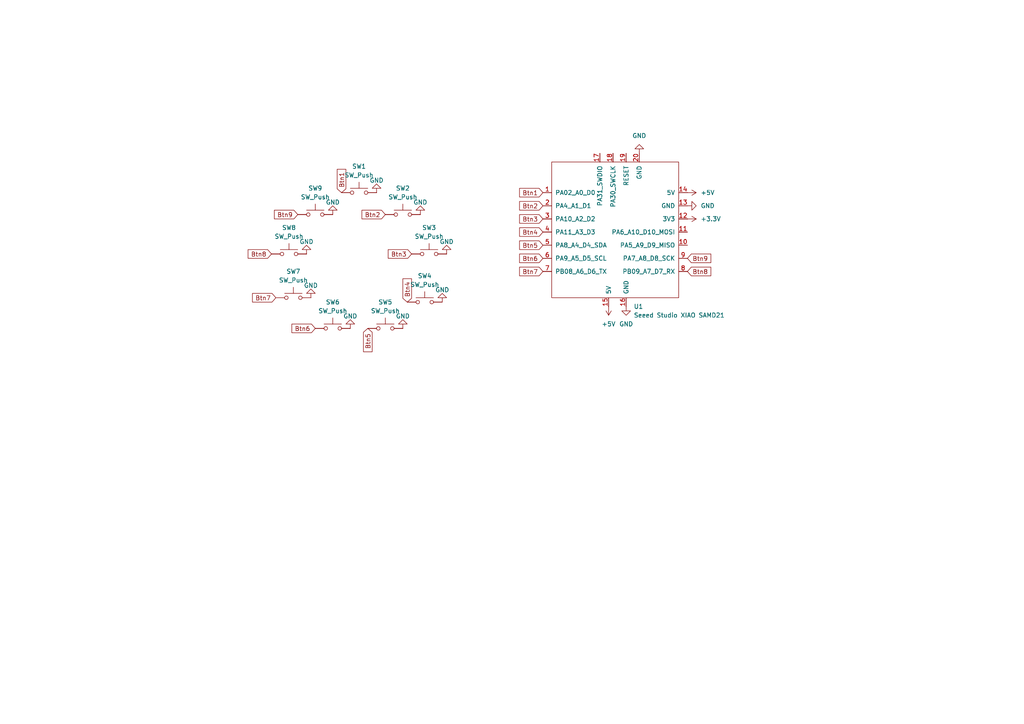
<source format=kicad_sch>
(kicad_sch (version 20231120) (generator "eeschema") (generator_version "8.0")
  (paper "A4")
  (lib_symbols
    (symbol "Seeed_Studio_XIAO_Series:Seeed Studio XIAO SAMD21" (pin_names (offset 1.016))
      (property "Reference" "U" (at -19.05 22.86 0))
      (property "Value" "Seeed Studio XIAO SAMD21" (at -12.7 21.59 0))
      (symbol "Seeed Studio XIAO SAMD21_0_1"
        (rectangle (start -19.05 20.32) (end 17.78 -19.05))
      )
      (symbol "Seeed Studio XIAO SAMD21_1_1"
        (pin unspecified line (at -21.59 11.43 0) (length 2.54) (name "PA02_A0_D0") (number "1"))
        (pin unspecified line (at 20.32 -3.81 180) (length 2.54) (name "PA5_A9_D9_MISO") (number "10"))
        (pin unspecified line (at 20.32 0 180) (length 2.54) (name "PA6_A10_D10_MOSI") (number "11"))
        (pin unspecified line (at 20.32 3.81 180) (length 2.54) (name "3V3") (number "12"))
        (pin unspecified line (at 20.32 7.62 180) (length 2.54) (name "GND") (number "13"))
        (pin unspecified line (at 20.32 11.43 180) (length 2.54) (name "5V") (number "14"))
        (pin input line (at -2.54 -21.59 90) (length 2.54) (name "5V") (number "15"))
        (pin input line (at 2.54 -21.59 90) (length 2.54) (name "GND") (number "16"))
        (pin input line (at -5.08 22.86 270) (length 2.54) (name "PA31_SWDIO") (number "17"))
        (pin input line (at -1.27 22.86 270) (length 2.54) (name "PA30_SWCLK") (number "18"))
        (pin input line (at 2.54 22.86 270) (length 2.54) (name "RESET") (number "19"))
        (pin unspecified line (at -21.59 7.62 0) (length 2.54) (name "PA4_A1_D1") (number "2"))
        (pin input line (at 6.35 22.86 270) (length 2.54) (name "GND") (number "20"))
        (pin unspecified line (at -21.59 3.81 0) (length 2.54) (name "PA10_A2_D2") (number "3"))
        (pin unspecified line (at -21.59 0 0) (length 2.54) (name "PA11_A3_D3") (number "4"))
        (pin unspecified line (at -21.59 -3.81 0) (length 2.54) (name "PA8_A4_D4_SDA") (number "5"))
        (pin unspecified line (at -21.59 -7.62 0) (length 2.54) (name "PA9_A5_D5_SCL") (number "6"))
        (pin unspecified line (at -21.59 -11.43 0) (length 2.54) (name "PB08_A6_D6_TX") (number "7"))
        (pin unspecified line (at 20.32 -11.43 180) (length 2.54) (name "PB09_A7_D7_RX") (number "8"))
        (pin unspecified line (at 20.32 -7.62 180) (length 2.54) (name "PA7_A8_D8_SCK") (number "9"))
      )
    )
    (symbol "Switch:SW_Push" (pin_numbers hide) (pin_names (offset 1.016) hide)
      (property "Reference" "SW" (at 1.27 2.54 0))
      (property "Value" "SW_Push" (at 0 -1.524 0))
      (symbol "SW_Push_0_1"
        (circle (center -2.032 0) (radius 0.508))
        (polyline (pts (xy 0 1.27) (xy 0 3.048)))
        (polyline (pts (xy 2.54 1.27) (xy -2.54 1.27)))
        (circle (center 2.032 0) (radius 0.508))
        (pin passive line (at -5.08 0 0) (length 2.54) (name "1") (number "1"))
        (pin passive line (at 5.08 0 180) (length 2.54) (name "2") (number "2"))
      )
    )
    (symbol "power:+3.3V" (power) (pin_numbers hide) (pin_names (offset 0) hide)
      (property "Value" "+3.3V" (at 0 3.556 0))
      (symbol "+3.3V_0_1"
        (polyline (pts (xy -0.762 1.27) (xy 0 2.54)))
        (polyline (pts (xy 0 0) (xy 0 2.54)))
        (polyline (pts (xy 0 2.54) (xy 0.762 1.27)))
      )
      (symbol "+3.3V_1_1"
        (pin power_in line (at 0 0 90) (length 0) (name "~") (number "1"))
      )
    )
    (symbol "power:+5V" (power) (pin_numbers hide) (pin_names (offset 0) hide)
      (property "Value" "+5V" (at 0 3.556 0))
      (symbol "+5V_0_1"
        (polyline (pts (xy -0.762 1.27) (xy 0 2.54)))
        (polyline (pts (xy 0 0) (xy 0 2.54)))
        (polyline (pts (xy 0 2.54) (xy 0.762 1.27)))
      )
      (symbol "+5V_1_1"
        (pin power_in line (at 0 0 90) (length 0) (name "~") (number "1"))
      )
    )
    (symbol "power:GND" (power) (pin_numbers hide) (pin_names (offset 0) hide)
      (property "Value" "GND" (at 0 -3.81 0))
      (symbol "GND_0_1"
        (polyline (pts (xy 0 0) (xy 0 -1.27) (xy 1.27 -1.27) (xy 0 -2.54) (xy -1.27 -1.27) (xy 0 -1.27)))
      )
      (symbol "GND_1_1"
        (pin power_in line (at 0 0 270) (length 0) (name "~") (number "1"))
      )
    )
  )
  (global_label "Btn7" (shape input) (at 157.48 78.74 180) (property "Intersheetrefs" "${INTERSHEET_REFS}" (effects (hide yes))))
  (global_label "Btn2" (shape input) (at 111.76 62.23 180) (property "Intersheetrefs" "${INTERSHEET_REFS}" (effects (hide yes))))
  (global_label "Btn1" (shape input) (at 99.06 55.88 90) (property "Intersheetrefs" "${INTERSHEET_REFS}" (effects (hide yes))))
  (global_label "Btn6" (shape input) (at 91.44 95.25 180) (property "Intersheetrefs" "${INTERSHEET_REFS}" (effects (hide yes))))
  (global_label "Btn9" (shape input) (at 86.36 62.23 180) (property "Intersheetrefs" "${INTERSHEET_REFS}" (effects (hide yes))))
  (global_label "Btn1" (shape input) (at 157.48 55.88 180) (property "Intersheetrefs" "${INTERSHEET_REFS}" (effects (hide yes))))
  (global_label "Btn3" (shape input) (at 157.48 63.5 180) (property "Intersheetrefs" "${INTERSHEET_REFS}" (effects (hide yes))))
  (global_label "Btn9" (shape input) (at 199.39 74.93 0) (property "Intersheetrefs" "${INTERSHEET_REFS}" (effects (hide yes))))
  (global_label "Btn5" (shape input) (at 106.68 95.25 270) (property "Intersheetrefs" "${INTERSHEET_REFS}" (effects (hide yes))))
  (global_label "Btn2" (shape input) (at 157.48 59.69 180) (property "Intersheetrefs" "${INTERSHEET_REFS}" (effects (hide yes))))
  (global_label "Btn3" (shape input) (at 119.38 73.66 180) (property "Intersheetrefs" "${INTERSHEET_REFS}" (effects (hide yes))))
  (global_label "Btn5" (shape input) (at 157.48 71.12 180) (property "Intersheetrefs" "${INTERSHEET_REFS}" (effects (hide yes))))
  (global_label "Btn4" (shape input) (at 157.48 67.31 180) (property "Intersheetrefs" "${INTERSHEET_REFS}" (effects (hide yes))))
  (global_label "Btn7" (shape input) (at 80.01 86.36 180) (property "Intersheetrefs" "${INTERSHEET_REFS}" (effects (hide yes))))
  (global_label "Btn8" (shape input) (at 78.74 73.66 180) (property "Intersheetrefs" "${INTERSHEET_REFS}" (effects (hide yes))))
  (global_label "Btn6" (shape input) (at 157.48 74.93 180) (property "Intersheetrefs" "${INTERSHEET_REFS}" (effects (hide yes))))
  (global_label "Btn8" (shape input) (at 199.39 78.74 0) (property "Intersheetrefs" "${INTERSHEET_REFS}" (effects (hide yes))))
  (global_label "Btn4" (shape input) (at 118.11 87.63 90) (property "Intersheetrefs" "${INTERSHEET_REFS}" (effects (hide yes))))
  (symbol (lib_id "power:+3.3V") (at 199.39 63.5 270) (unit 1)
    (property "Reference" "#PWR05" (effects (hide yes)))
    (property "Value" "+3.3V" (at 203.2 63.4999 90) (effects (justify left)))
    (property "Description" "Power symbol creates a global label with name \"+3.3V\"" (effects (hide yes)))
  )
  (symbol (lib_id "power:GND") (at 129.54 73.66 180) (unit 1)
    (property "Reference" "#PWR08" (effects (hide yes)))
    (property "Value" "GND" (at 129.54 70.104 0))
    (property "Description" "Power symbol creates a global label with name \"GND\" , ground" (effects (hide yes)))
  )
  (symbol (lib_id "power:GND") (at 96.52 62.23 180) (unit 1)
    (property "Reference" "#PWR014" (effects (hide yes)))
    (property "Value" "GND" (at 96.52 58.674 0))
    (property "Description" "Power symbol creates a global label with name \"GND\" , ground" (effects (hide yes)))
  )
  (symbol (lib_id "Seeed_Studio_XIAO_Series:Seeed Studio XIAO SAMD21") (at 179.07 67.31 0) (unit 1)
    (property "Reference" "U1" (at 183.8041 88.9 0) (effects (justify left)))
    (property "Value" "Seeed Studio XIAO SAMD21" (at 183.8041 91.44 0) (effects (justify left)))
    (property "Footprint" "Seeed Studio XIAO Series Library:XIAO-SAMD21-RP2040-14P-2.54-21X17.8MM (Seeeduino XIAO)" (effects (hide yes)))
  )
  (symbol (lib_id "power:GND") (at 181.61 88.9 0) (unit 1)
    (property "Reference" "#PWR03" (effects (hide yes)))
    (property "Value" "GND" (at 181.61 93.98 0))
    (property "Description" "Power symbol creates a global label with name \"GND\" , ground" (effects (hide yes)))
  )
  (symbol (lib_id "power:GND") (at 109.22 55.88 180) (unit 1)
    (property "Reference" "#PWR06" (effects (hide yes)))
    (property "Value" "GND" (at 109.22 52.324 0))
    (property "Description" "Power symbol creates a global label with name \"GND\" , ground" (effects (hide yes)))
  )
  (symbol (lib_id "Switch:SW_Push") (at 83.82 73.66 0) (unit 1)
    (property "Reference" "SW8" (at 83.82 66.04 0))
    (property "Value" "SW_Push" (at 83.82 68.58 0))
    (property "Footprint" "Button_Switch_Keyboard:SW_Cherry_MX_1.00u_PCB" (effects (hide yes)))
    (property "Description" "Push button switch, generic, two pins" (effects (hide yes)))
  )
  (symbol (lib_id "power:GND") (at 185.42 44.45 180) (unit 1)
    (property "Reference" "#PWR01" (effects (hide yes)))
    (property "Value" "GND" (at 185.42 39.37 0))
    (property "Description" "Power symbol creates a global label with name \"GND\" , ground" (effects (hide yes)))
  )
  (symbol (lib_id "power:GND") (at 199.39 59.69 90) (unit 1)
    (property "Reference" "#PWR02" (effects (hide yes)))
    (property "Value" "GND" (at 203.2 59.6899 90) (effects (justify right)))
    (property "Description" "Power symbol creates a global label with name \"GND\" , ground" (effects (hide yes)))
  )
  (symbol (lib_id "power:GND") (at 88.9 73.66 180) (unit 1)
    (property "Reference" "#PWR013" (effects (hide yes)))
    (property "Value" "GND" (at 88.9 70.104 0))
    (property "Description" "Power symbol creates a global label with name \"GND\" , ground" (effects (hide yes)))
  )
  (symbol (lib_id "Switch:SW_Push") (at 91.44 62.23 0) (unit 1)
    (property "Reference" "SW9" (at 91.44 54.61 0))
    (property "Value" "SW_Push" (at 91.44 57.15 0))
    (property "Footprint" "Button_Switch_Keyboard:SW_Cherry_MX_1.00u_PCB" (effects (hide yes)))
    (property "Description" "Push button switch, generic, two pins" (effects (hide yes)))
  )
  (symbol (lib_id "Switch:SW_Push") (at 85.09 86.36 0) (unit 1)
    (property "Reference" "SW7" (at 85.09 78.74 0))
    (property "Value" "SW_Push" (at 85.09 81.28 0))
    (property "Footprint" "Button_Switch_Keyboard:SW_Cherry_MX_1.00u_PCB" (effects (hide yes)))
    (property "Description" "Push button switch, generic, two pins" (effects (hide yes)))
  )
  (symbol (lib_id "Switch:SW_Push") (at 111.76 95.25 0) (unit 1)
    (property "Reference" "SW5" (at 111.76 87.63 0))
    (property "Value" "SW_Push" (at 111.76 90.17 0))
    (property "Footprint" "Button_Switch_Keyboard:SW_Cherry_MX_1.00u_PCB" (effects (hide yes)))
    (property "Description" "Push button switch, generic, two pins" (effects (hide yes)))
  )
  (symbol (lib_id "Switch:SW_Push") (at 124.46 73.66 0) (unit 1)
    (property "Reference" "SW3" (at 124.46 66.04 0))
    (property "Value" "SW_Push" (at 124.46 68.58 0))
    (property "Footprint" "Button_Switch_Keyboard:SW_Cherry_MX_1.00u_PCB" (effects (hide yes)))
    (property "Description" "Push button switch, generic, two pins" (effects (hide yes)))
  )
  (symbol (lib_id "power:GND") (at 90.17 86.36 180) (unit 1)
    (property "Reference" "#PWR012" (effects (hide yes)))
    (property "Value" "GND" (at 90.17 82.804 0))
    (property "Description" "Power symbol creates a global label with name \"GND\" , ground" (effects (hide yes)))
  )
  (symbol (lib_id "Switch:SW_Push") (at 104.14 55.88 0) (unit 1)
    (property "Reference" "SW1" (at 104.14 48.26 0))
    (property "Value" "SW_Push" (at 104.14 50.8 0))
    (property "Footprint" "Button_Switch_Keyboard:SW_Cherry_MX_1.00u_PCB" (effects (hide yes)))
    (property "Description" "Push button switch, generic, two pins" (effects (hide yes)))
  )
  (symbol (lib_id "power:GND") (at 116.84 95.25 180) (unit 1)
    (property "Reference" "#PWR010" (effects (hide yes)))
    (property "Value" "GND" (at 116.84 91.694 0))
    (property "Description" "Power symbol creates a global label with name \"GND\" , ground" (effects (hide yes)))
  )
  (symbol (lib_id "power:+5V") (at 199.39 55.88 270) (unit 1)
    (property "Reference" "#PWR04" (effects (hide yes)))
    (property "Value" "+5V" (at 203.2 55.8799 90) (effects (justify left)))
    (property "Description" "Power symbol creates a global label with name \"+5V\"" (effects (hide yes)))
  )
  (symbol (lib_id "power:GND") (at 121.92 62.23 180) (unit 1)
    (property "Reference" "#PWR07" (effects (hide yes)))
    (property "Value" "GND" (at 121.92 58.674 0))
    (property "Description" "Power symbol creates a global label with name \"GND\" , ground" (effects (hide yes)))
  )
  (symbol (lib_id "power:+5V") (at 176.53 88.9 180) (unit 1)
    (property "Reference" "#PWR015" (effects (hide yes)))
    (property "Value" "+5V" (at 176.53 93.98 0))
    (property "Description" "Power symbol creates a global label with name \"+5V\"" (effects (hide yes)))
  )
  (symbol (lib_id "Switch:SW_Push") (at 96.52 95.25 0) (unit 1)
    (property "Reference" "SW6" (at 96.52 87.63 0))
    (property "Value" "SW_Push" (at 96.52 90.17 0))
    (property "Footprint" "Button_Switch_Keyboard:SW_Cherry_MX_1.00u_PCB" (effects (hide yes)))
    (property "Description" "Push button switch, generic, two pins" (effects (hide yes)))
  )
  (symbol (lib_id "power:GND") (at 101.6 95.25 180) (unit 1)
    (property "Reference" "#PWR011" (effects (hide yes)))
    (property "Value" "GND" (at 101.6 91.694 0))
    (property "Description" "Power symbol creates a global label with name \"GND\" , ground" (effects (hide yes)))
  )
  (symbol (lib_id "power:GND") (at 128.27 87.63 180) (unit 1)
    (property "Reference" "#PWR09" (effects (hide yes)))
    (property "Value" "GND" (at 128.27 84.074 0))
    (property "Description" "Power symbol creates a global label with name \"GND\" , ground" (effects (hide yes)))
  )
  (symbol (lib_id "Switch:SW_Push") (at 123.19 87.63 0) (unit 1)
    (property "Reference" "SW4" (at 123.19 80.01 0))
    (property "Value" "SW_Push" (at 123.19 82.55 0))
    (property "Footprint" "Button_Switch_Keyboard:SW_Cherry_MX_1.00u_PCB" (effects (hide yes)))
    (property "Description" "Push button switch, generic, two pins" (effects (hide yes)))
  )
  (symbol (lib_id "Switch:SW_Push") (at 116.84 62.23 0) (unit 1)
    (property "Reference" "SW2" (at 116.84 54.61 0))
    (property "Value" "SW_Push" (at 116.84 57.15 0))
    (property "Footprint" "Button_Switch_Keyboard:SW_Cherry_MX_1.00u_PCB" (effects (hide yes)))
    (property "Description" "Push button switch, generic, two pins" (effects (hide yes)))
  )
)
</source>
